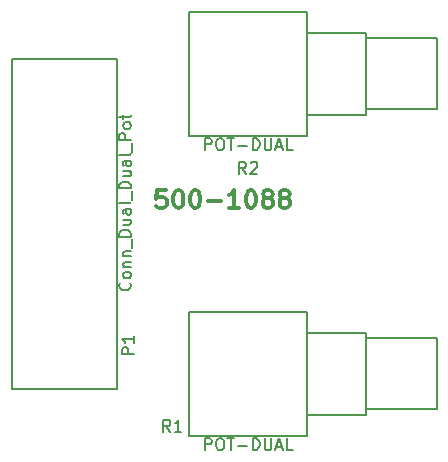
<source format=gbr>
G04 #@! TF.GenerationSoftware,KiCad,Pcbnew,(5.0.1)-3*
G04 #@! TF.CreationDate,2018-12-07T17:19:34-08:00*
G04 #@! TF.ProjectId,500-1088,3530302D313038382E6B696361645F70,rev?*
G04 #@! TF.SameCoordinates,Original*
G04 #@! TF.FileFunction,Legend,Top*
G04 #@! TF.FilePolarity,Positive*
%FSLAX46Y46*%
G04 Gerber Fmt 4.6, Leading zero omitted, Abs format (unit mm)*
G04 Created by KiCad (PCBNEW (5.0.1)-3) date 12/7/2018 5:19:34 PM*
%MOMM*%
%LPD*%
G01*
G04 APERTURE LIST*
%ADD10C,0.300000*%
%ADD11C,0.150000*%
G04 APERTURE END LIST*
D10*
X107410857Y-101286571D02*
X106696571Y-101286571D01*
X106625142Y-102000857D01*
X106696571Y-101929428D01*
X106839428Y-101858000D01*
X107196571Y-101858000D01*
X107339428Y-101929428D01*
X107410857Y-102000857D01*
X107482285Y-102143714D01*
X107482285Y-102500857D01*
X107410857Y-102643714D01*
X107339428Y-102715142D01*
X107196571Y-102786571D01*
X106839428Y-102786571D01*
X106696571Y-102715142D01*
X106625142Y-102643714D01*
X108410857Y-101286571D02*
X108553714Y-101286571D01*
X108696571Y-101358000D01*
X108768000Y-101429428D01*
X108839428Y-101572285D01*
X108910857Y-101858000D01*
X108910857Y-102215142D01*
X108839428Y-102500857D01*
X108768000Y-102643714D01*
X108696571Y-102715142D01*
X108553714Y-102786571D01*
X108410857Y-102786571D01*
X108268000Y-102715142D01*
X108196571Y-102643714D01*
X108125142Y-102500857D01*
X108053714Y-102215142D01*
X108053714Y-101858000D01*
X108125142Y-101572285D01*
X108196571Y-101429428D01*
X108268000Y-101358000D01*
X108410857Y-101286571D01*
X109839428Y-101286571D02*
X109982285Y-101286571D01*
X110125142Y-101358000D01*
X110196571Y-101429428D01*
X110268000Y-101572285D01*
X110339428Y-101858000D01*
X110339428Y-102215142D01*
X110268000Y-102500857D01*
X110196571Y-102643714D01*
X110125142Y-102715142D01*
X109982285Y-102786571D01*
X109839428Y-102786571D01*
X109696571Y-102715142D01*
X109625142Y-102643714D01*
X109553714Y-102500857D01*
X109482285Y-102215142D01*
X109482285Y-101858000D01*
X109553714Y-101572285D01*
X109625142Y-101429428D01*
X109696571Y-101358000D01*
X109839428Y-101286571D01*
X110982285Y-102215142D02*
X112125142Y-102215142D01*
X113625142Y-102786571D02*
X112768000Y-102786571D01*
X113196571Y-102786571D02*
X113196571Y-101286571D01*
X113053714Y-101500857D01*
X112910857Y-101643714D01*
X112768000Y-101715142D01*
X114553714Y-101286571D02*
X114696571Y-101286571D01*
X114839428Y-101358000D01*
X114910857Y-101429428D01*
X114982285Y-101572285D01*
X115053714Y-101858000D01*
X115053714Y-102215142D01*
X114982285Y-102500857D01*
X114910857Y-102643714D01*
X114839428Y-102715142D01*
X114696571Y-102786571D01*
X114553714Y-102786571D01*
X114410857Y-102715142D01*
X114339428Y-102643714D01*
X114268000Y-102500857D01*
X114196571Y-102215142D01*
X114196571Y-101858000D01*
X114268000Y-101572285D01*
X114339428Y-101429428D01*
X114410857Y-101358000D01*
X114553714Y-101286571D01*
X115910857Y-101929428D02*
X115768000Y-101858000D01*
X115696571Y-101786571D01*
X115625142Y-101643714D01*
X115625142Y-101572285D01*
X115696571Y-101429428D01*
X115768000Y-101358000D01*
X115910857Y-101286571D01*
X116196571Y-101286571D01*
X116339428Y-101358000D01*
X116410857Y-101429428D01*
X116482285Y-101572285D01*
X116482285Y-101643714D01*
X116410857Y-101786571D01*
X116339428Y-101858000D01*
X116196571Y-101929428D01*
X115910857Y-101929428D01*
X115768000Y-102000857D01*
X115696571Y-102072285D01*
X115625142Y-102215142D01*
X115625142Y-102500857D01*
X115696571Y-102643714D01*
X115768000Y-102715142D01*
X115910857Y-102786571D01*
X116196571Y-102786571D01*
X116339428Y-102715142D01*
X116410857Y-102643714D01*
X116482285Y-102500857D01*
X116482285Y-102215142D01*
X116410857Y-102072285D01*
X116339428Y-102000857D01*
X116196571Y-101929428D01*
X117339428Y-101929428D02*
X117196571Y-101858000D01*
X117125142Y-101786571D01*
X117053714Y-101643714D01*
X117053714Y-101572285D01*
X117125142Y-101429428D01*
X117196571Y-101358000D01*
X117339428Y-101286571D01*
X117625142Y-101286571D01*
X117768000Y-101358000D01*
X117839428Y-101429428D01*
X117910857Y-101572285D01*
X117910857Y-101643714D01*
X117839428Y-101786571D01*
X117768000Y-101858000D01*
X117625142Y-101929428D01*
X117339428Y-101929428D01*
X117196571Y-102000857D01*
X117125142Y-102072285D01*
X117053714Y-102215142D01*
X117053714Y-102500857D01*
X117125142Y-102643714D01*
X117196571Y-102715142D01*
X117339428Y-102786571D01*
X117625142Y-102786571D01*
X117768000Y-102715142D01*
X117839428Y-102643714D01*
X117910857Y-102500857D01*
X117910857Y-102215142D01*
X117839428Y-102072285D01*
X117768000Y-102000857D01*
X117625142Y-101929428D01*
D11*
G04 #@! TO.C,R1*
X124380000Y-113840000D02*
X130380000Y-113840000D01*
X130380000Y-113840000D02*
X130380000Y-119840000D01*
X130380000Y-119840000D02*
X124380000Y-119840000D01*
X119380000Y-113340000D02*
X124380000Y-113340000D01*
X124380000Y-113340000D02*
X124380000Y-120340000D01*
X124380000Y-120340000D02*
X119380000Y-120340000D01*
X119380000Y-119340000D02*
X119380000Y-122090000D01*
X119380000Y-122090000D02*
X109380000Y-122090000D01*
X109380000Y-122090000D02*
X109380000Y-119340000D01*
X109380000Y-114340000D02*
X109380000Y-111590000D01*
X109380000Y-111590000D02*
X119380000Y-111590000D01*
X119380000Y-111590000D02*
X119380000Y-114340000D01*
X109380000Y-119340000D02*
X109380000Y-114340000D01*
X119380000Y-114340000D02*
X119380000Y-119340000D01*
G04 #@! TO.C,R2*
X124380000Y-88440000D02*
X130380000Y-88440000D01*
X130380000Y-88440000D02*
X130380000Y-94440000D01*
X130380000Y-94440000D02*
X124380000Y-94440000D01*
X119380000Y-87940000D02*
X124380000Y-87940000D01*
X124380000Y-87940000D02*
X124380000Y-94940000D01*
X124380000Y-94940000D02*
X119380000Y-94940000D01*
X119380000Y-93940000D02*
X119380000Y-96690000D01*
X119380000Y-96690000D02*
X109380000Y-96690000D01*
X109380000Y-96690000D02*
X109380000Y-93940000D01*
X109380000Y-88940000D02*
X109380000Y-86190000D01*
X109380000Y-86190000D02*
X119380000Y-86190000D01*
X119380000Y-86190000D02*
X119380000Y-88940000D01*
X109380000Y-93940000D02*
X109380000Y-88940000D01*
X119380000Y-88940000D02*
X119380000Y-93940000D01*
G04 #@! TO.C,P1*
X94996000Y-90170000D02*
X94361000Y-90170000D01*
X94361000Y-90170000D02*
X94361000Y-118110000D01*
X94361000Y-118110000D02*
X94996000Y-118110000D01*
X102616000Y-118110000D02*
X103251000Y-118110000D01*
X103251000Y-118110000D02*
X103251000Y-90170000D01*
X103251000Y-90170000D02*
X102616000Y-90170000D01*
X96266000Y-118110000D02*
X94996000Y-118110000D01*
X94996000Y-90170000D02*
X96266000Y-90170000D01*
X101346000Y-90170000D02*
X102616000Y-90170000D01*
X102616000Y-118110000D02*
X101346000Y-118110000D01*
X96266000Y-90170000D02*
X101346000Y-90170000D01*
X101346000Y-118110000D02*
X96266000Y-118110000D01*
G04 #@! TO.C,R1*
X107783333Y-121737380D02*
X107450000Y-121261190D01*
X107211904Y-121737380D02*
X107211904Y-120737380D01*
X107592857Y-120737380D01*
X107688095Y-120785000D01*
X107735714Y-120832619D01*
X107783333Y-120927857D01*
X107783333Y-121070714D01*
X107735714Y-121165952D01*
X107688095Y-121213571D01*
X107592857Y-121261190D01*
X107211904Y-121261190D01*
X108735714Y-121737380D02*
X108164285Y-121737380D01*
X108450000Y-121737380D02*
X108450000Y-120737380D01*
X108354761Y-120880238D01*
X108259523Y-120975476D01*
X108164285Y-121023095D01*
X110737142Y-123292380D02*
X110737142Y-122292380D01*
X111118095Y-122292380D01*
X111213333Y-122340000D01*
X111260952Y-122387619D01*
X111308571Y-122482857D01*
X111308571Y-122625714D01*
X111260952Y-122720952D01*
X111213333Y-122768571D01*
X111118095Y-122816190D01*
X110737142Y-122816190D01*
X111927619Y-122292380D02*
X112118095Y-122292380D01*
X112213333Y-122340000D01*
X112308571Y-122435238D01*
X112356190Y-122625714D01*
X112356190Y-122959047D01*
X112308571Y-123149523D01*
X112213333Y-123244761D01*
X112118095Y-123292380D01*
X111927619Y-123292380D01*
X111832380Y-123244761D01*
X111737142Y-123149523D01*
X111689523Y-122959047D01*
X111689523Y-122625714D01*
X111737142Y-122435238D01*
X111832380Y-122340000D01*
X111927619Y-122292380D01*
X112641904Y-122292380D02*
X113213333Y-122292380D01*
X112927619Y-123292380D02*
X112927619Y-122292380D01*
X113546666Y-122911428D02*
X114308571Y-122911428D01*
X114784761Y-123292380D02*
X114784761Y-122292380D01*
X115022857Y-122292380D01*
X115165714Y-122340000D01*
X115260952Y-122435238D01*
X115308571Y-122530476D01*
X115356190Y-122720952D01*
X115356190Y-122863809D01*
X115308571Y-123054285D01*
X115260952Y-123149523D01*
X115165714Y-123244761D01*
X115022857Y-123292380D01*
X114784761Y-123292380D01*
X115784761Y-122292380D02*
X115784761Y-123101904D01*
X115832380Y-123197142D01*
X115880000Y-123244761D01*
X115975238Y-123292380D01*
X116165714Y-123292380D01*
X116260952Y-123244761D01*
X116308571Y-123197142D01*
X116356190Y-123101904D01*
X116356190Y-122292380D01*
X116784761Y-123006666D02*
X117260952Y-123006666D01*
X116689523Y-123292380D02*
X117022857Y-122292380D01*
X117356190Y-123292380D01*
X118165714Y-123292380D02*
X117689523Y-123292380D01*
X117689523Y-122292380D01*
G04 #@! TO.C,R2*
X114213333Y-99892380D02*
X113880000Y-99416190D01*
X113641904Y-99892380D02*
X113641904Y-98892380D01*
X114022857Y-98892380D01*
X114118095Y-98940000D01*
X114165714Y-98987619D01*
X114213333Y-99082857D01*
X114213333Y-99225714D01*
X114165714Y-99320952D01*
X114118095Y-99368571D01*
X114022857Y-99416190D01*
X113641904Y-99416190D01*
X114594285Y-98987619D02*
X114641904Y-98940000D01*
X114737142Y-98892380D01*
X114975238Y-98892380D01*
X115070476Y-98940000D01*
X115118095Y-98987619D01*
X115165714Y-99082857D01*
X115165714Y-99178095D01*
X115118095Y-99320952D01*
X114546666Y-99892380D01*
X115165714Y-99892380D01*
X110737142Y-97892380D02*
X110737142Y-96892380D01*
X111118095Y-96892380D01*
X111213333Y-96940000D01*
X111260952Y-96987619D01*
X111308571Y-97082857D01*
X111308571Y-97225714D01*
X111260952Y-97320952D01*
X111213333Y-97368571D01*
X111118095Y-97416190D01*
X110737142Y-97416190D01*
X111927619Y-96892380D02*
X112118095Y-96892380D01*
X112213333Y-96940000D01*
X112308571Y-97035238D01*
X112356190Y-97225714D01*
X112356190Y-97559047D01*
X112308571Y-97749523D01*
X112213333Y-97844761D01*
X112118095Y-97892380D01*
X111927619Y-97892380D01*
X111832380Y-97844761D01*
X111737142Y-97749523D01*
X111689523Y-97559047D01*
X111689523Y-97225714D01*
X111737142Y-97035238D01*
X111832380Y-96940000D01*
X111927619Y-96892380D01*
X112641904Y-96892380D02*
X113213333Y-96892380D01*
X112927619Y-97892380D02*
X112927619Y-96892380D01*
X113546666Y-97511428D02*
X114308571Y-97511428D01*
X114784761Y-97892380D02*
X114784761Y-96892380D01*
X115022857Y-96892380D01*
X115165714Y-96940000D01*
X115260952Y-97035238D01*
X115308571Y-97130476D01*
X115356190Y-97320952D01*
X115356190Y-97463809D01*
X115308571Y-97654285D01*
X115260952Y-97749523D01*
X115165714Y-97844761D01*
X115022857Y-97892380D01*
X114784761Y-97892380D01*
X115784761Y-96892380D02*
X115784761Y-97701904D01*
X115832380Y-97797142D01*
X115880000Y-97844761D01*
X115975238Y-97892380D01*
X116165714Y-97892380D01*
X116260952Y-97844761D01*
X116308571Y-97797142D01*
X116356190Y-97701904D01*
X116356190Y-96892380D01*
X116784761Y-97606666D02*
X117260952Y-97606666D01*
X116689523Y-97892380D02*
X117022857Y-96892380D01*
X117356190Y-97892380D01*
X118165714Y-97892380D02*
X117689523Y-97892380D01*
X117689523Y-96892380D01*
G04 #@! TO.C,P1*
X104719380Y-115165095D02*
X103719380Y-115165095D01*
X103719380Y-114784142D01*
X103767000Y-114688904D01*
X103814619Y-114641285D01*
X103909857Y-114593666D01*
X104052714Y-114593666D01*
X104147952Y-114641285D01*
X104195571Y-114688904D01*
X104243190Y-114784142D01*
X104243190Y-115165095D01*
X104719380Y-113641285D02*
X104719380Y-114212714D01*
X104719380Y-113927000D02*
X103719380Y-113927000D01*
X103862238Y-114022238D01*
X103957476Y-114117476D01*
X104005095Y-114212714D01*
X104370142Y-109123904D02*
X104417761Y-109171523D01*
X104465380Y-109314380D01*
X104465380Y-109409619D01*
X104417761Y-109552476D01*
X104322523Y-109647714D01*
X104227285Y-109695333D01*
X104036809Y-109742952D01*
X103893952Y-109742952D01*
X103703476Y-109695333D01*
X103608238Y-109647714D01*
X103513000Y-109552476D01*
X103465380Y-109409619D01*
X103465380Y-109314380D01*
X103513000Y-109171523D01*
X103560619Y-109123904D01*
X104465380Y-108552476D02*
X104417761Y-108647714D01*
X104370142Y-108695333D01*
X104274904Y-108742952D01*
X103989190Y-108742952D01*
X103893952Y-108695333D01*
X103846333Y-108647714D01*
X103798714Y-108552476D01*
X103798714Y-108409619D01*
X103846333Y-108314380D01*
X103893952Y-108266761D01*
X103989190Y-108219142D01*
X104274904Y-108219142D01*
X104370142Y-108266761D01*
X104417761Y-108314380D01*
X104465380Y-108409619D01*
X104465380Y-108552476D01*
X103798714Y-107790571D02*
X104465380Y-107790571D01*
X103893952Y-107790571D02*
X103846333Y-107742952D01*
X103798714Y-107647714D01*
X103798714Y-107504857D01*
X103846333Y-107409619D01*
X103941571Y-107362000D01*
X104465380Y-107362000D01*
X103798714Y-106885809D02*
X104465380Y-106885809D01*
X103893952Y-106885809D02*
X103846333Y-106838190D01*
X103798714Y-106742952D01*
X103798714Y-106600095D01*
X103846333Y-106504857D01*
X103941571Y-106457238D01*
X104465380Y-106457238D01*
X104560619Y-106219142D02*
X104560619Y-105457238D01*
X104465380Y-105219142D02*
X103465380Y-105219142D01*
X103465380Y-104981047D01*
X103513000Y-104838190D01*
X103608238Y-104742952D01*
X103703476Y-104695333D01*
X103893952Y-104647714D01*
X104036809Y-104647714D01*
X104227285Y-104695333D01*
X104322523Y-104742952D01*
X104417761Y-104838190D01*
X104465380Y-104981047D01*
X104465380Y-105219142D01*
X103798714Y-103790571D02*
X104465380Y-103790571D01*
X103798714Y-104219142D02*
X104322523Y-104219142D01*
X104417761Y-104171523D01*
X104465380Y-104076285D01*
X104465380Y-103933428D01*
X104417761Y-103838190D01*
X104370142Y-103790571D01*
X104465380Y-102885809D02*
X103941571Y-102885809D01*
X103846333Y-102933428D01*
X103798714Y-103028666D01*
X103798714Y-103219142D01*
X103846333Y-103314380D01*
X104417761Y-102885809D02*
X104465380Y-102981047D01*
X104465380Y-103219142D01*
X104417761Y-103314380D01*
X104322523Y-103362000D01*
X104227285Y-103362000D01*
X104132047Y-103314380D01*
X104084428Y-103219142D01*
X104084428Y-102981047D01*
X104036809Y-102885809D01*
X104465380Y-102266761D02*
X104417761Y-102362000D01*
X104322523Y-102409619D01*
X103465380Y-102409619D01*
X104560619Y-102123904D02*
X104560619Y-101362000D01*
X104465380Y-101123904D02*
X103465380Y-101123904D01*
X103465380Y-100885809D01*
X103513000Y-100742952D01*
X103608238Y-100647714D01*
X103703476Y-100600095D01*
X103893952Y-100552476D01*
X104036809Y-100552476D01*
X104227285Y-100600095D01*
X104322523Y-100647714D01*
X104417761Y-100742952D01*
X104465380Y-100885809D01*
X104465380Y-101123904D01*
X103798714Y-99695333D02*
X104465380Y-99695333D01*
X103798714Y-100123904D02*
X104322523Y-100123904D01*
X104417761Y-100076285D01*
X104465380Y-99981047D01*
X104465380Y-99838190D01*
X104417761Y-99742952D01*
X104370142Y-99695333D01*
X104465380Y-98790571D02*
X103941571Y-98790571D01*
X103846333Y-98838190D01*
X103798714Y-98933428D01*
X103798714Y-99123904D01*
X103846333Y-99219142D01*
X104417761Y-98790571D02*
X104465380Y-98885809D01*
X104465380Y-99123904D01*
X104417761Y-99219142D01*
X104322523Y-99266761D01*
X104227285Y-99266761D01*
X104132047Y-99219142D01*
X104084428Y-99123904D01*
X104084428Y-98885809D01*
X104036809Y-98790571D01*
X104465380Y-98171523D02*
X104417761Y-98266761D01*
X104322523Y-98314380D01*
X103465380Y-98314380D01*
X104560619Y-98028666D02*
X104560619Y-97266761D01*
X104465380Y-97028666D02*
X103465380Y-97028666D01*
X103465380Y-96647714D01*
X103513000Y-96552476D01*
X103560619Y-96504857D01*
X103655857Y-96457238D01*
X103798714Y-96457238D01*
X103893952Y-96504857D01*
X103941571Y-96552476D01*
X103989190Y-96647714D01*
X103989190Y-97028666D01*
X104465380Y-95885809D02*
X104417761Y-95981047D01*
X104370142Y-96028666D01*
X104274904Y-96076285D01*
X103989190Y-96076285D01*
X103893952Y-96028666D01*
X103846333Y-95981047D01*
X103798714Y-95885809D01*
X103798714Y-95742952D01*
X103846333Y-95647714D01*
X103893952Y-95600095D01*
X103989190Y-95552476D01*
X104274904Y-95552476D01*
X104370142Y-95600095D01*
X104417761Y-95647714D01*
X104465380Y-95742952D01*
X104465380Y-95885809D01*
X103798714Y-95266761D02*
X103798714Y-94885809D01*
X103465380Y-95123904D02*
X104322523Y-95123904D01*
X104417761Y-95076285D01*
X104465380Y-94981047D01*
X104465380Y-94885809D01*
G04 #@! TD*
M02*

</source>
